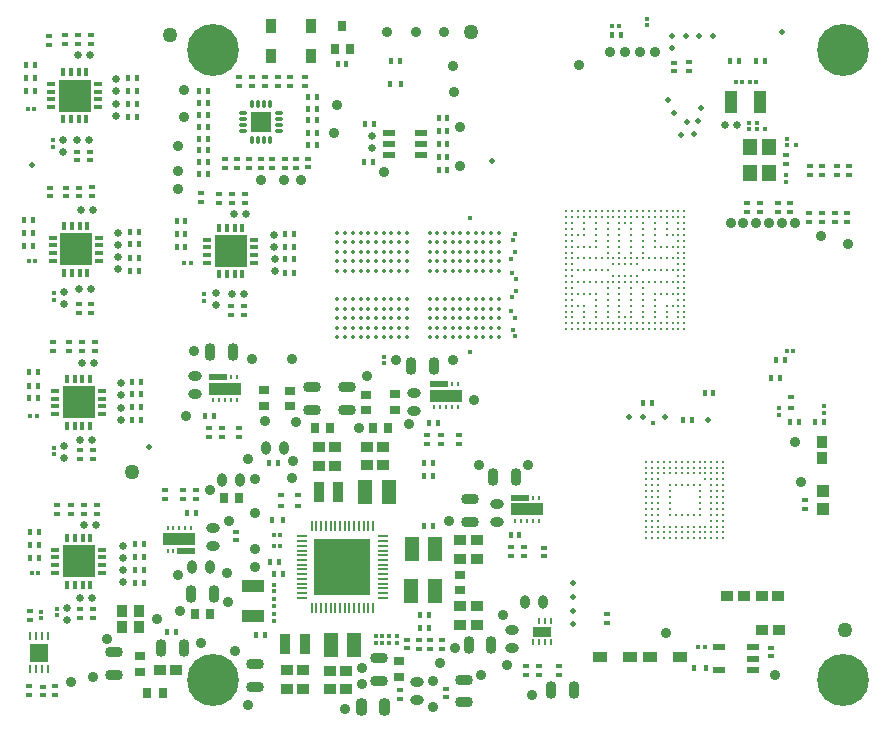
<source format=gbr>
%TF.GenerationSoftware,Altium Limited,Altium Designer,25.7.1 (20)*%
G04 Layer_Color=255*
%FSLAX45Y45*%
%MOMM*%
%TF.SameCoordinates,1AA72D45-9F13-4BD8-B423-63960E99F270*%
%TF.FilePolarity,Positive*%
%TF.FileFunction,Pads,Top*%
%TF.Part,Single*%
G01*
G75*
%TA.AperFunction,SMDPad,CuDef*%
%ADD10O,0.27940X0.81280*%
%ADD11O,0.81280X0.27940*%
%ADD12R,1.70180X1.70180*%
%ADD13O,0.88900X1.14300*%
%ADD14O,1.14300X0.88900*%
%ADD15O,1.52400X0.88900*%
%ADD16O,0.88900X1.52400*%
%TA.AperFunction,TestPad*%
%ADD17C,0.50800*%
%TA.AperFunction,SMDPad,CuDef*%
%ADD18R,1.09220X1.90500*%
%ADD19R,0.86360X1.80340*%
%ADD20R,1.21920X2.00660*%
%ADD21C,0.63500*%
%ADD22R,1.21920X0.88900*%
%ADD23R,0.30480X0.30480*%
%ADD24R,0.83820X0.71120*%
%ADD25R,0.71120X0.88900*%
%ADD26R,1.19380X1.39700*%
%ADD27R,1.11760X0.60960*%
%ADD28R,2.69240X2.69240*%
%ADD29R,0.35560X0.78740*%
%ADD30R,0.78740X0.35560*%
%ADD31R,0.20320X0.88900*%
%ADD32R,4.69900X4.69900*%
%ADD33R,0.88900X0.20320*%
%TA.AperFunction,BGAPad,CuDef*%
%ADD34C,0.25400*%
%TA.AperFunction,SMDPad,CuDef*%
%ADD35R,0.27940X0.48260*%
%ADD36R,1.60020X0.91440*%
G04:AMPARAMS|DCode=37|XSize=0.0254mm|YSize=0.0254mm|CornerRadius=0mm|HoleSize=0mm|Usage=FLASHONLY|Rotation=0.000|XOffset=0mm|YOffset=0mm|HoleType=Round|Shape=Octagon|*
%AMOCTAGOND37*
4,1,8,0.01270,-0.00635,0.01270,0.00635,0.00635,0.01270,-0.00635,0.01270,-0.01270,0.00635,-0.01270,-0.00635,-0.00635,-0.01270,0.00635,-0.01270,0.01270,-0.00635,0.0*
%
%ADD37OCTAGOND37*%

%ADD38R,0.25400X0.45720*%
%ADD39R,1.49860X0.55880*%
%ADD40R,2.69240X1.09220*%
%ADD41R,0.45720X0.60960*%
%ADD42R,0.99060X0.81280*%
%ADD43R,1.01600X1.01600*%
%ADD44R,0.25400X0.63500*%
%ADD45R,1.60020X1.60020*%
%TA.AperFunction,BGAPad,CuDef*%
%ADD46C,0.35560*%
%TA.AperFunction,TestPad*%
%ADD47C,1.27000*%
%ADD48C,0.88900*%
%ADD49C,0.38100*%
%TA.AperFunction,SMDPad,CuDef*%
%ADD50R,0.45720X0.50800*%
%ADD51R,0.50800X0.45720*%
%ADD52R,0.99060X0.81280*%
%ADD53R,0.81280X0.99060*%
%ADD54R,0.71120X0.83820*%
%ADD55R,0.30480X0.30480*%
%ADD56R,0.88900X1.21920*%
%ADD57R,1.90500X1.09220*%
%ADD58R,0.60960X0.45720*%
%ADD59C,0.50800*%
%TA.AperFunction,ComponentPad*%
%ADD77C,4.40004*%
D10*
X2263445Y4971948D02*
D03*
X2213432D02*
D03*
X2163445D02*
D03*
X2113432D02*
D03*
Y5273243D02*
D03*
X2163445D02*
D03*
X2213432D02*
D03*
X2263445D02*
D03*
D11*
X2037791Y5197602D02*
D03*
Y5147589D02*
D03*
Y5097602D02*
D03*
Y5047590D02*
D03*
X2339086D02*
D03*
Y5097602D02*
D03*
Y5147589D02*
D03*
Y5197602D02*
D03*
D12*
X2188439Y5122596D02*
D03*
D13*
X4419727Y1057554D02*
D03*
X4572127D02*
D03*
X1858493Y2096643D02*
D03*
X2010893D02*
D03*
X2386584Y2364105D02*
D03*
X2234184D02*
D03*
X1606372Y1360246D02*
D03*
X1758772D02*
D03*
D14*
X4309974Y669519D02*
D03*
Y821919D02*
D03*
X3505098Y383540D02*
D03*
Y231140D02*
D03*
X3479698Y2680487D02*
D03*
Y2832887D02*
D03*
X1628115Y2977947D02*
D03*
Y2825547D02*
D03*
X4185717Y1892529D02*
D03*
Y1740129D02*
D03*
X1782623Y1535201D02*
D03*
Y1687601D02*
D03*
D15*
X2139747Y341401D02*
D03*
Y534441D02*
D03*
X2139163Y341833D02*
D03*
Y534873D02*
D03*
X3191205Y393141D02*
D03*
Y586181D02*
D03*
X3905910Y404089D02*
D03*
Y211049D02*
D03*
X2620035Y2879598D02*
D03*
Y2686558D02*
D03*
X2916834Y2685542D02*
D03*
Y2878582D02*
D03*
X947318Y636524D02*
D03*
Y443484D02*
D03*
X3957447Y1737868D02*
D03*
Y1930908D02*
D03*
D16*
X3232226Y175768D02*
D03*
X3039186D02*
D03*
X3234512D02*
D03*
X3041472D02*
D03*
X4643526Y315697D02*
D03*
X4836566D02*
D03*
X1537665Y668782D02*
D03*
X1344625D02*
D03*
X3652241Y3057957D02*
D03*
X3459201D02*
D03*
X1757629Y3174924D02*
D03*
X1950669D02*
D03*
X1597838Y1124509D02*
D03*
X1790878D02*
D03*
X4345305Y2118360D02*
D03*
X4152265D02*
D03*
X3945230Y694690D02*
D03*
X4138270D02*
D03*
D17*
X4144696Y4791253D02*
D03*
X5912028Y5244262D02*
D03*
X4833518Y873201D02*
D03*
X4829429Y988619D02*
D03*
X4829073Y1103401D02*
D03*
X4826203Y1218108D02*
D03*
X5747995Y5013503D02*
D03*
X5637835Y5312105D02*
D03*
X5888050Y5130851D02*
D03*
X5685536Y5198669D02*
D03*
X5665800Y5747258D02*
D03*
X5667019Y5856605D02*
D03*
X5782437Y5853836D02*
D03*
X5898693Y5857088D02*
D03*
X6015761Y5854649D02*
D03*
X5791810Y5128539D02*
D03*
X5852211Y5021656D02*
D03*
X5970219Y2605710D02*
D03*
X5422011Y2625141D02*
D03*
X5301742Y2625395D02*
D03*
X5608371Y2627427D02*
D03*
D18*
X6164885Y5290033D02*
D03*
X6414872D02*
D03*
D19*
X2390216Y701853D02*
D03*
X2557196D02*
D03*
X2676500Y1991741D02*
D03*
X2843479D02*
D03*
D20*
X3066161Y1993722D02*
D03*
X3268091D02*
D03*
X3462655Y1506957D02*
D03*
X3664585D02*
D03*
X3460242Y1154049D02*
D03*
X3662172D02*
D03*
X2776880Y697306D02*
D03*
X2978810D02*
D03*
D21*
X6222086Y5099685D02*
D03*
X6120486D02*
D03*
X957656Y5485181D02*
D03*
Y5383581D02*
D03*
X519506Y3688029D02*
D03*
Y3586429D02*
D03*
X3125216Y5002809D02*
D03*
Y4901209D02*
D03*
X1810741Y3675761D02*
D03*
Y3574161D02*
D03*
X520192Y2383536D02*
D03*
Y2281936D02*
D03*
X546710Y1006246D02*
D03*
Y904646D02*
D03*
X514452Y4974819D02*
D03*
Y4873219D02*
D03*
X978002Y3883990D02*
D03*
Y3985590D02*
D03*
X645541Y3708476D02*
D03*
X747141D02*
D03*
X691109Y1715287D02*
D03*
X792709D02*
D03*
X980567Y4188206D02*
D03*
Y4086606D02*
D03*
X659536Y2434615D02*
D03*
X761136D02*
D03*
X1001293Y2605303D02*
D03*
Y2706903D02*
D03*
X1016000Y1535633D02*
D03*
Y1434033D02*
D03*
X665480Y4380560D02*
D03*
X767080D02*
D03*
X2303450Y3865423D02*
D03*
Y3967023D02*
D03*
X673862Y3085186D02*
D03*
X775462D02*
D03*
X1016711Y1228700D02*
D03*
Y1330300D02*
D03*
X1000277Y2914980D02*
D03*
Y2813380D02*
D03*
X655549Y1091997D02*
D03*
X757149D02*
D03*
X1943075Y3672002D02*
D03*
X2044675D02*
D03*
X1957324Y4347693D02*
D03*
X2058924D02*
D03*
X2301443Y4168191D02*
D03*
Y4066591D02*
D03*
X956970Y5177257D02*
D03*
Y5278857D02*
D03*
X633197Y4975047D02*
D03*
X734797D02*
D03*
X640105Y5693004D02*
D03*
X741705D02*
D03*
D22*
X5482057Y593573D02*
D03*
X5736057D02*
D03*
X5312791Y593522D02*
D03*
X5058791D02*
D03*
D23*
X6379083Y5464734D02*
D03*
X6325692D02*
D03*
X6208344Y5463337D02*
D03*
X6261735D02*
D03*
X5217693Y5935116D02*
D03*
X5164303D02*
D03*
X2295119Y1630782D02*
D03*
X2348509D02*
D03*
X222352Y3948074D02*
D03*
X275742D02*
D03*
X2295296Y1538046D02*
D03*
X2348687D02*
D03*
X6639154Y3181909D02*
D03*
X6692544D02*
D03*
X234290Y2632304D02*
D03*
X287680D02*
D03*
X213563Y5232425D02*
D03*
X266954D02*
D03*
X247015Y1306779D02*
D03*
X300406D02*
D03*
X1539469Y3929050D02*
D03*
X1592859D02*
D03*
X5890692Y675538D02*
D03*
X5944083D02*
D03*
D24*
X2435047Y2720619D02*
D03*
Y2850617D02*
D03*
X3076524Y2684501D02*
D03*
Y2814498D02*
D03*
X1162253Y471780D02*
D03*
Y601777D02*
D03*
X2209800Y2851582D02*
D03*
Y2721585D02*
D03*
X3322980Y2817800D02*
D03*
Y2687803D02*
D03*
X3354934Y558851D02*
D03*
Y428854D02*
D03*
X3869563Y1292606D02*
D03*
Y1162609D02*
D03*
D25*
X2812898Y5745074D02*
D03*
X2877668Y5935421D02*
D03*
X2942438Y5745074D02*
D03*
D26*
X6485941Y4909642D02*
D03*
Y4689627D02*
D03*
X6325921Y4909642D02*
D03*
Y4689627D02*
D03*
D27*
X6068466Y485750D02*
D03*
Y675742D02*
D03*
X6353454Y485750D02*
D03*
Y580746D02*
D03*
Y675742D02*
D03*
X3539388Y5032756D02*
D03*
Y4937760D02*
D03*
Y4842764D02*
D03*
X3275228Y5032756D02*
D03*
Y4937760D02*
D03*
Y4842764D02*
D03*
D28*
X620852Y4046626D02*
D03*
X644017Y2750972D02*
D03*
X610794Y5348656D02*
D03*
X645693Y1405992D02*
D03*
X1931848Y4031564D02*
D03*
D29*
X718363Y4244137D02*
D03*
X653364D02*
D03*
X588340D02*
D03*
X523342D02*
D03*
Y3849116D02*
D03*
X588340D02*
D03*
X653364D02*
D03*
X718363D02*
D03*
X741528Y2553462D02*
D03*
X676529D02*
D03*
X611505D02*
D03*
X546506D02*
D03*
Y2948483D02*
D03*
X611505D02*
D03*
X676529D02*
D03*
X741528D02*
D03*
X708304Y5546166D02*
D03*
X643306D02*
D03*
X578282D02*
D03*
X513283D02*
D03*
Y5151145D02*
D03*
X578282D02*
D03*
X643306D02*
D03*
X708304D02*
D03*
X743204Y1208481D02*
D03*
X678205D02*
D03*
X613181D02*
D03*
X548183D02*
D03*
Y1603502D02*
D03*
X613181D02*
D03*
X678205D02*
D03*
X743204D02*
D03*
X2029358Y4229075D02*
D03*
X1964360D02*
D03*
X1899336D02*
D03*
X1834337D02*
D03*
Y3834054D02*
D03*
X1899336D02*
D03*
X1964360D02*
D03*
X2029358D02*
D03*
D30*
X423342Y4144137D02*
D03*
Y4079138D02*
D03*
Y4014114D02*
D03*
Y3949116D02*
D03*
X818363D02*
D03*
Y4014114D02*
D03*
Y4079138D02*
D03*
Y4144137D02*
D03*
X841527Y2848483D02*
D03*
Y2783484D02*
D03*
Y2718460D02*
D03*
Y2653462D02*
D03*
X446507D02*
D03*
Y2718460D02*
D03*
Y2783484D02*
D03*
Y2848483D02*
D03*
X413283Y5446166D02*
D03*
Y5381168D02*
D03*
Y5316144D02*
D03*
Y5251145D02*
D03*
X808304D02*
D03*
Y5316144D02*
D03*
Y5381168D02*
D03*
Y5446166D02*
D03*
X843204Y1503502D02*
D03*
Y1438504D02*
D03*
Y1373480D02*
D03*
Y1308481D02*
D03*
X448183D02*
D03*
Y1373480D02*
D03*
Y1438504D02*
D03*
Y1503502D02*
D03*
X1734337Y4129075D02*
D03*
Y4064076D02*
D03*
Y3999052D02*
D03*
Y3934054D02*
D03*
X2129358D02*
D03*
Y3999052D02*
D03*
Y4064076D02*
D03*
Y4129075D02*
D03*
D31*
X2617470Y1011225D02*
D03*
Y1701241D02*
D03*
X2657475Y1011225D02*
D03*
Y1701241D02*
D03*
X2697455Y1011225D02*
D03*
Y1701241D02*
D03*
X2737460Y1011225D02*
D03*
Y1701241D02*
D03*
X2777465Y1011225D02*
D03*
Y1701241D02*
D03*
X2817470Y1011225D02*
D03*
Y1701241D02*
D03*
X2857475Y1011225D02*
D03*
Y1701241D02*
D03*
X2897454Y1011225D02*
D03*
Y1701241D02*
D03*
X2937459Y1011225D02*
D03*
Y1701241D02*
D03*
X2977464Y1011225D02*
D03*
Y1701241D02*
D03*
X3017469Y1011225D02*
D03*
Y1701241D02*
D03*
X3057474Y1011225D02*
D03*
Y1701241D02*
D03*
X3097454Y1011225D02*
D03*
Y1701241D02*
D03*
X3137459Y1011225D02*
D03*
Y1701241D02*
D03*
D32*
X2877464Y1356233D02*
D03*
D33*
X3222473Y1096239D02*
D03*
Y1136244D02*
D03*
Y1176223D02*
D03*
Y1216228D02*
D03*
Y1256233D02*
D03*
Y1296238D02*
D03*
Y1336243D02*
D03*
Y1376223D02*
D03*
Y1416228D02*
D03*
Y1456233D02*
D03*
Y1496238D02*
D03*
Y1536243D02*
D03*
Y1576222D02*
D03*
Y1616227D02*
D03*
X2532456Y1096239D02*
D03*
Y1136244D02*
D03*
Y1176223D02*
D03*
Y1216228D02*
D03*
Y1256233D02*
D03*
Y1296238D02*
D03*
Y1336243D02*
D03*
Y1376223D02*
D03*
Y1416228D02*
D03*
Y1456233D02*
D03*
Y1496238D02*
D03*
Y1536243D02*
D03*
Y1576222D02*
D03*
Y1616227D02*
D03*
D34*
X5450942Y1599463D02*
D03*
Y1649451D02*
D03*
Y1699463D02*
D03*
Y1749450D02*
D03*
Y1799463D02*
D03*
Y1849450D02*
D03*
Y1899463D02*
D03*
Y1949450D02*
D03*
Y1999463D02*
D03*
Y2049450D02*
D03*
Y2099462D02*
D03*
Y2149450D02*
D03*
Y2199462D02*
D03*
Y2249449D02*
D03*
X5500929Y1599463D02*
D03*
Y1649451D02*
D03*
Y1699463D02*
D03*
Y1749450D02*
D03*
Y1799463D02*
D03*
Y1849450D02*
D03*
Y1899463D02*
D03*
Y1949450D02*
D03*
Y1999463D02*
D03*
Y2049450D02*
D03*
Y2099462D02*
D03*
Y2149450D02*
D03*
Y2199462D02*
D03*
Y2249449D02*
D03*
X5550941Y1599463D02*
D03*
Y1649451D02*
D03*
Y1699463D02*
D03*
Y1749450D02*
D03*
Y1799463D02*
D03*
Y1849450D02*
D03*
Y1899463D02*
D03*
Y1949450D02*
D03*
Y1999463D02*
D03*
Y2049450D02*
D03*
Y2099462D02*
D03*
Y2149450D02*
D03*
Y2199462D02*
D03*
Y2249449D02*
D03*
X5600929Y1599463D02*
D03*
Y1649451D02*
D03*
Y1699463D02*
D03*
Y2149450D02*
D03*
Y2199462D02*
D03*
Y2249449D02*
D03*
X5650941Y1599463D02*
D03*
Y1649451D02*
D03*
Y1699463D02*
D03*
Y1799463D02*
D03*
Y1849450D02*
D03*
Y1899463D02*
D03*
Y1949450D02*
D03*
Y1999463D02*
D03*
Y2049450D02*
D03*
Y2149450D02*
D03*
Y2199462D02*
D03*
Y2249449D02*
D03*
X5700928Y1599463D02*
D03*
Y1649451D02*
D03*
Y1699463D02*
D03*
Y1799463D02*
D03*
Y2049450D02*
D03*
Y2149450D02*
D03*
Y2199462D02*
D03*
Y2249449D02*
D03*
X5750941Y1599463D02*
D03*
Y1649451D02*
D03*
Y1699463D02*
D03*
Y1799463D02*
D03*
Y2049450D02*
D03*
Y2149450D02*
D03*
Y2199462D02*
D03*
Y2249449D02*
D03*
X5800928Y1599463D02*
D03*
Y1649451D02*
D03*
Y1699463D02*
D03*
Y1799463D02*
D03*
Y2049450D02*
D03*
Y2149450D02*
D03*
Y2199462D02*
D03*
Y2249449D02*
D03*
X5850941Y1599463D02*
D03*
Y1649451D02*
D03*
Y1699463D02*
D03*
Y1799463D02*
D03*
Y2049450D02*
D03*
Y2149450D02*
D03*
Y2199462D02*
D03*
Y2249449D02*
D03*
X5900928Y1599463D02*
D03*
Y1649451D02*
D03*
Y1699463D02*
D03*
Y1799463D02*
D03*
Y1849450D02*
D03*
Y1899463D02*
D03*
Y1949450D02*
D03*
Y1999463D02*
D03*
Y2049450D02*
D03*
Y2149450D02*
D03*
Y2199462D02*
D03*
Y2249449D02*
D03*
X5950941Y1599463D02*
D03*
Y1649451D02*
D03*
Y1699463D02*
D03*
Y2099462D02*
D03*
Y2149450D02*
D03*
Y2199462D02*
D03*
Y2249449D02*
D03*
X6000928Y1599463D02*
D03*
Y1649451D02*
D03*
Y1699463D02*
D03*
Y1749450D02*
D03*
Y1799463D02*
D03*
Y1849450D02*
D03*
Y1899463D02*
D03*
Y1949450D02*
D03*
Y1999463D02*
D03*
Y2049450D02*
D03*
Y2099462D02*
D03*
Y2149450D02*
D03*
Y2199462D02*
D03*
Y2249449D02*
D03*
X6050940Y1599463D02*
D03*
Y1649451D02*
D03*
Y1699463D02*
D03*
Y1749450D02*
D03*
Y1799463D02*
D03*
Y1849450D02*
D03*
Y1899463D02*
D03*
Y1949450D02*
D03*
Y1999463D02*
D03*
Y2049450D02*
D03*
Y2099462D02*
D03*
Y2149450D02*
D03*
Y2199462D02*
D03*
Y2249449D02*
D03*
X6100928Y1599463D02*
D03*
Y1649451D02*
D03*
Y1699463D02*
D03*
Y1749450D02*
D03*
Y1799463D02*
D03*
Y1849450D02*
D03*
Y1899463D02*
D03*
Y1949450D02*
D03*
Y1999463D02*
D03*
Y2049450D02*
D03*
Y2099462D02*
D03*
Y2149450D02*
D03*
Y2199462D02*
D03*
Y2249449D02*
D03*
X4772330Y3369640D02*
D03*
Y3419653D02*
D03*
Y3469640D02*
D03*
Y3519653D02*
D03*
Y3569640D02*
D03*
Y3619652D02*
D03*
Y3669640D02*
D03*
Y3719652D02*
D03*
Y3769639D02*
D03*
Y3819652D02*
D03*
Y3869639D02*
D03*
Y3919652D02*
D03*
Y3969639D02*
D03*
Y4019652D02*
D03*
Y4069639D02*
D03*
Y4119651D02*
D03*
Y4169639D02*
D03*
Y4219651D02*
D03*
Y4269638D02*
D03*
Y4319651D02*
D03*
Y4369638D02*
D03*
X4822317Y3369640D02*
D03*
Y3419653D02*
D03*
Y3469640D02*
D03*
Y3519653D02*
D03*
Y3569640D02*
D03*
Y3619652D02*
D03*
Y3669640D02*
D03*
Y3719652D02*
D03*
Y3769639D02*
D03*
Y3819652D02*
D03*
Y3869639D02*
D03*
Y3919652D02*
D03*
Y3969639D02*
D03*
Y4019652D02*
D03*
Y4069639D02*
D03*
Y4119651D02*
D03*
Y4169639D02*
D03*
Y4219651D02*
D03*
Y4269638D02*
D03*
Y4319651D02*
D03*
Y4369638D02*
D03*
X4872330Y3369640D02*
D03*
Y3419653D02*
D03*
Y3569640D02*
D03*
Y3669640D02*
D03*
Y3769639D02*
D03*
Y3869639D02*
D03*
Y3969639D02*
D03*
Y4069639D02*
D03*
Y4169639D02*
D03*
Y4319651D02*
D03*
Y4369638D02*
D03*
X4922317Y3369640D02*
D03*
Y3419653D02*
D03*
Y3469640D02*
D03*
Y3519653D02*
D03*
Y3569640D02*
D03*
Y3669640D02*
D03*
Y3769639D02*
D03*
Y3869639D02*
D03*
Y3969639D02*
D03*
Y4069639D02*
D03*
Y4169639D02*
D03*
Y4219651D02*
D03*
Y4269638D02*
D03*
Y4319651D02*
D03*
Y4369638D02*
D03*
X4972329Y3369640D02*
D03*
Y3419653D02*
D03*
Y3669640D02*
D03*
Y3769639D02*
D03*
Y3869639D02*
D03*
Y3969639D02*
D03*
Y4069639D02*
D03*
Y4319651D02*
D03*
Y4369638D02*
D03*
X5022317Y3369640D02*
D03*
Y3419653D02*
D03*
Y3469640D02*
D03*
Y3519653D02*
D03*
Y3569640D02*
D03*
Y3619652D02*
D03*
Y3669640D02*
D03*
Y3769639D02*
D03*
Y3869639D02*
D03*
Y3969639D02*
D03*
Y4069639D02*
D03*
Y4119651D02*
D03*
Y4169639D02*
D03*
Y4219651D02*
D03*
Y4269638D02*
D03*
Y4319651D02*
D03*
Y4369638D02*
D03*
X5072329Y3369640D02*
D03*
Y3419653D02*
D03*
Y3769639D02*
D03*
Y3869639D02*
D03*
Y3969639D02*
D03*
Y4319651D02*
D03*
Y4369638D02*
D03*
X5122316Y3369640D02*
D03*
Y3419653D02*
D03*
Y3469640D02*
D03*
Y3519653D02*
D03*
Y3569640D02*
D03*
Y3619652D02*
D03*
Y3669640D02*
D03*
Y3719652D02*
D03*
Y3769639D02*
D03*
Y3869639D02*
D03*
Y3969639D02*
D03*
Y4019652D02*
D03*
Y4069639D02*
D03*
Y4119651D02*
D03*
Y4169639D02*
D03*
Y4219651D02*
D03*
Y4269638D02*
D03*
Y4319651D02*
D03*
Y4369638D02*
D03*
X5172329Y3369640D02*
D03*
Y3419653D02*
D03*
Y3769639D02*
D03*
Y3819652D02*
D03*
Y3919652D02*
D03*
Y3969639D02*
D03*
Y4319651D02*
D03*
Y4369638D02*
D03*
X5222316Y3369640D02*
D03*
Y3419653D02*
D03*
Y3469640D02*
D03*
Y3519653D02*
D03*
Y3569640D02*
D03*
Y3619652D02*
D03*
Y3669640D02*
D03*
Y3719652D02*
D03*
Y3769639D02*
D03*
Y3819652D02*
D03*
Y3919652D02*
D03*
Y3969639D02*
D03*
Y4019652D02*
D03*
Y4069639D02*
D03*
Y4119651D02*
D03*
Y4169639D02*
D03*
Y4219651D02*
D03*
Y4269638D02*
D03*
Y4319651D02*
D03*
Y4369638D02*
D03*
X5272329Y3369640D02*
D03*
Y3419653D02*
D03*
Y3469640D02*
D03*
Y3769639D02*
D03*
Y3819652D02*
D03*
Y3919652D02*
D03*
Y3969639D02*
D03*
Y4269638D02*
D03*
Y4319651D02*
D03*
Y4369638D02*
D03*
X5322341Y3369640D02*
D03*
Y3419653D02*
D03*
Y3469640D02*
D03*
Y3519653D02*
D03*
Y3569640D02*
D03*
Y3619652D02*
D03*
Y3669640D02*
D03*
Y3719652D02*
D03*
Y3769639D02*
D03*
Y3819652D02*
D03*
Y3919652D02*
D03*
Y3969639D02*
D03*
Y4019652D02*
D03*
Y4069639D02*
D03*
Y4119651D02*
D03*
Y4169639D02*
D03*
Y4219651D02*
D03*
Y4269638D02*
D03*
Y4319651D02*
D03*
Y4369638D02*
D03*
X5372329Y3369640D02*
D03*
Y3419653D02*
D03*
Y3769639D02*
D03*
Y3819652D02*
D03*
Y3919652D02*
D03*
Y3969639D02*
D03*
Y4319651D02*
D03*
Y4369638D02*
D03*
X5422341Y3369640D02*
D03*
Y3419653D02*
D03*
Y3469640D02*
D03*
Y3519653D02*
D03*
Y3569640D02*
D03*
Y3619652D02*
D03*
Y3669640D02*
D03*
Y3719652D02*
D03*
Y3769639D02*
D03*
Y3869639D02*
D03*
Y3969639D02*
D03*
Y4019652D02*
D03*
Y4069639D02*
D03*
Y4119651D02*
D03*
Y4169639D02*
D03*
Y4219651D02*
D03*
Y4269638D02*
D03*
Y4319651D02*
D03*
Y4369638D02*
D03*
X5472328Y3369640D02*
D03*
Y3419653D02*
D03*
Y3769639D02*
D03*
Y3869639D02*
D03*
Y3969639D02*
D03*
Y4319651D02*
D03*
Y4369638D02*
D03*
X5522341Y3369640D02*
D03*
Y3419653D02*
D03*
Y3469640D02*
D03*
Y3519653D02*
D03*
Y3569640D02*
D03*
Y3619652D02*
D03*
Y3669640D02*
D03*
Y3769639D02*
D03*
Y3869639D02*
D03*
Y3969639D02*
D03*
Y4069639D02*
D03*
Y4119651D02*
D03*
Y4169639D02*
D03*
Y4219651D02*
D03*
Y4269638D02*
D03*
Y4319651D02*
D03*
Y4369638D02*
D03*
X5572328Y3369640D02*
D03*
Y3419653D02*
D03*
Y3669640D02*
D03*
Y3769639D02*
D03*
Y3869639D02*
D03*
Y3969639D02*
D03*
Y4069639D02*
D03*
Y4319651D02*
D03*
Y4369638D02*
D03*
X5622341Y3369640D02*
D03*
Y3419653D02*
D03*
Y3469640D02*
D03*
Y3519653D02*
D03*
Y3569640D02*
D03*
Y3669640D02*
D03*
Y3769639D02*
D03*
Y3869639D02*
D03*
Y3969639D02*
D03*
Y4069639D02*
D03*
Y4169639D02*
D03*
Y4219651D02*
D03*
Y4269638D02*
D03*
Y4319651D02*
D03*
Y4369638D02*
D03*
X5672328Y3369640D02*
D03*
Y3419653D02*
D03*
Y3569640D02*
D03*
Y3669640D02*
D03*
Y3769639D02*
D03*
Y3869639D02*
D03*
Y3969639D02*
D03*
Y4069639D02*
D03*
Y4169639D02*
D03*
Y4319651D02*
D03*
Y4369638D02*
D03*
X5722341Y3369640D02*
D03*
Y3419653D02*
D03*
Y3469640D02*
D03*
Y3519653D02*
D03*
Y3569640D02*
D03*
Y3619652D02*
D03*
Y3669640D02*
D03*
Y3719652D02*
D03*
Y3769639D02*
D03*
Y3819652D02*
D03*
Y3869639D02*
D03*
Y3919652D02*
D03*
Y3969639D02*
D03*
Y4019652D02*
D03*
Y4069639D02*
D03*
Y4119651D02*
D03*
Y4169639D02*
D03*
Y4219651D02*
D03*
Y4269638D02*
D03*
Y4319651D02*
D03*
Y4369638D02*
D03*
X5772328Y3369640D02*
D03*
Y3419653D02*
D03*
Y3469640D02*
D03*
Y3519653D02*
D03*
Y3569640D02*
D03*
Y3619652D02*
D03*
Y3669640D02*
D03*
Y3719652D02*
D03*
Y3769639D02*
D03*
Y3819652D02*
D03*
Y3869639D02*
D03*
Y3919652D02*
D03*
Y3969639D02*
D03*
Y4019652D02*
D03*
Y4069639D02*
D03*
Y4119651D02*
D03*
Y4169639D02*
D03*
Y4219651D02*
D03*
Y4269638D02*
D03*
Y4319651D02*
D03*
Y4369638D02*
D03*
D35*
X4541876Y900913D02*
D03*
X4641875D02*
D03*
Y718896D02*
D03*
X4591863Y900913D02*
D03*
Y718896D02*
D03*
X4541876D02*
D03*
X4491863D02*
D03*
D36*
X4566869Y809904D02*
D03*
D37*
X4491863Y900913D02*
D03*
D38*
X3652368Y2709570D02*
D03*
X3702355D02*
D03*
X3752367D02*
D03*
X3802380D02*
D03*
Y2904592D02*
D03*
X3852367Y2709570D02*
D03*
Y2904592D02*
D03*
X1985137Y2963774D02*
D03*
Y2768752D02*
D03*
X1935150Y2963774D02*
D03*
Y2768752D02*
D03*
X1885137D02*
D03*
X1835125D02*
D03*
X1785137D02*
D03*
X4342511Y1749196D02*
D03*
X4392498D02*
D03*
X4442511D02*
D03*
X4492523D02*
D03*
Y1944218D02*
D03*
X4542511Y1749196D02*
D03*
Y1944218D02*
D03*
X1396898Y1494612D02*
D03*
Y1689633D02*
D03*
X1446886Y1494612D02*
D03*
Y1689633D02*
D03*
X1496898D02*
D03*
X1546911D02*
D03*
X1596898D02*
D03*
D39*
X3694379Y2904592D02*
D03*
X1827149Y2963774D02*
D03*
X4384523Y1944218D02*
D03*
X1554886Y1494612D02*
D03*
D40*
X3752367Y2807081D02*
D03*
X1885137Y2866263D02*
D03*
X4442511Y1846707D02*
D03*
X1496898Y1592123D02*
D03*
D41*
X3282112Y5444566D02*
D03*
X3377108D02*
D03*
X5952947Y499288D02*
D03*
X5857951D02*
D03*
X2378278Y1752905D02*
D03*
X2283282D02*
D03*
D42*
X1471447Y483413D02*
D03*
X1333424D02*
D03*
D43*
X6942455Y1848333D02*
D03*
Y2000733D02*
D03*
D44*
X233578Y774014D02*
D03*
Y491515D02*
D03*
X383591Y774014D02*
D03*
Y491515D02*
D03*
X333578Y774014D02*
D03*
Y491515D02*
D03*
X283591Y774014D02*
D03*
Y491515D02*
D03*
D45*
X308585Y632765D02*
D03*
D46*
X4200982Y4184675D02*
D03*
Y4104665D02*
D03*
Y4024681D02*
D03*
Y3944671D02*
D03*
Y3864661D02*
D03*
Y3624682D02*
D03*
Y3544672D02*
D03*
Y3464662D02*
D03*
Y3384677D02*
D03*
Y3304667D02*
D03*
X4135984Y4184675D02*
D03*
Y4104665D02*
D03*
Y4024681D02*
D03*
Y3944671D02*
D03*
Y3864661D02*
D03*
Y3624682D02*
D03*
Y3544672D02*
D03*
Y3464662D02*
D03*
Y3384677D02*
D03*
Y3304667D02*
D03*
X4070985Y4184675D02*
D03*
Y4104665D02*
D03*
Y4024681D02*
D03*
Y3944671D02*
D03*
Y3864661D02*
D03*
Y3624682D02*
D03*
Y3544672D02*
D03*
Y3464662D02*
D03*
Y3384677D02*
D03*
Y3304667D02*
D03*
X4005986Y4184675D02*
D03*
Y4104665D02*
D03*
Y4024681D02*
D03*
Y3944671D02*
D03*
Y3864661D02*
D03*
Y3624682D02*
D03*
Y3544672D02*
D03*
Y3464662D02*
D03*
Y3384677D02*
D03*
Y3304667D02*
D03*
X3940988Y4184675D02*
D03*
Y4104665D02*
D03*
Y4024681D02*
D03*
Y3944671D02*
D03*
Y3864661D02*
D03*
Y3624682D02*
D03*
Y3544672D02*
D03*
Y3464662D02*
D03*
Y3384677D02*
D03*
Y3304667D02*
D03*
X3875989Y4184675D02*
D03*
Y4104665D02*
D03*
Y4024681D02*
D03*
Y3944671D02*
D03*
Y3864661D02*
D03*
Y3624682D02*
D03*
Y3544672D02*
D03*
Y3464662D02*
D03*
Y3384677D02*
D03*
Y3304667D02*
D03*
X3810991Y4184675D02*
D03*
Y4104665D02*
D03*
Y4024681D02*
D03*
Y3944671D02*
D03*
Y3864661D02*
D03*
Y3624682D02*
D03*
Y3544672D02*
D03*
Y3464662D02*
D03*
Y3384677D02*
D03*
Y3304667D02*
D03*
X3745992Y4184675D02*
D03*
Y4104665D02*
D03*
Y4024681D02*
D03*
Y3944671D02*
D03*
Y3864661D02*
D03*
Y3624682D02*
D03*
Y3544672D02*
D03*
Y3464662D02*
D03*
Y3384677D02*
D03*
Y3304667D02*
D03*
X3680993Y4184675D02*
D03*
Y4104665D02*
D03*
Y4024681D02*
D03*
Y3944671D02*
D03*
Y3864661D02*
D03*
Y3624682D02*
D03*
Y3544672D02*
D03*
Y3464662D02*
D03*
Y3384677D02*
D03*
Y3304667D02*
D03*
X3615995Y4184675D02*
D03*
Y4104665D02*
D03*
Y4024681D02*
D03*
Y3944671D02*
D03*
Y3864661D02*
D03*
Y3624682D02*
D03*
Y3544672D02*
D03*
Y3464662D02*
D03*
Y3384677D02*
D03*
Y3304667D02*
D03*
X3420974Y4184675D02*
D03*
Y4104665D02*
D03*
Y4024681D02*
D03*
Y3944671D02*
D03*
Y3864661D02*
D03*
Y3624682D02*
D03*
Y3544672D02*
D03*
Y3464662D02*
D03*
Y3384677D02*
D03*
Y3304667D02*
D03*
X3355975Y4184675D02*
D03*
Y4104665D02*
D03*
Y4024681D02*
D03*
Y3944671D02*
D03*
Y3864661D02*
D03*
Y3624682D02*
D03*
Y3544672D02*
D03*
Y3464662D02*
D03*
Y3384677D02*
D03*
Y3304667D02*
D03*
X3290976Y4184675D02*
D03*
Y4104665D02*
D03*
Y4024681D02*
D03*
Y3944671D02*
D03*
Y3864661D02*
D03*
Y3624682D02*
D03*
Y3544672D02*
D03*
Y3464662D02*
D03*
Y3384677D02*
D03*
Y3304667D02*
D03*
X3225978Y4184675D02*
D03*
Y4104665D02*
D03*
Y4024681D02*
D03*
Y3944671D02*
D03*
Y3864661D02*
D03*
Y3624682D02*
D03*
Y3544672D02*
D03*
Y3464662D02*
D03*
Y3384677D02*
D03*
Y3304667D02*
D03*
X3160979Y4184675D02*
D03*
Y4104665D02*
D03*
Y4024681D02*
D03*
Y3944671D02*
D03*
Y3864661D02*
D03*
Y3624682D02*
D03*
Y3544672D02*
D03*
Y3464662D02*
D03*
Y3384677D02*
D03*
Y3304667D02*
D03*
X3095981Y4184675D02*
D03*
Y4104665D02*
D03*
Y4024681D02*
D03*
Y3944671D02*
D03*
Y3864661D02*
D03*
Y3624682D02*
D03*
Y3544672D02*
D03*
Y3464662D02*
D03*
Y3384677D02*
D03*
Y3304667D02*
D03*
X3030982Y4184675D02*
D03*
Y4104665D02*
D03*
Y4024681D02*
D03*
Y3944671D02*
D03*
Y3864661D02*
D03*
Y3624682D02*
D03*
Y3544672D02*
D03*
Y3464662D02*
D03*
Y3384677D02*
D03*
Y3304667D02*
D03*
X2965983Y4184675D02*
D03*
Y4104665D02*
D03*
Y4024681D02*
D03*
Y3944671D02*
D03*
Y3864661D02*
D03*
Y3624682D02*
D03*
Y3544672D02*
D03*
Y3464662D02*
D03*
Y3384677D02*
D03*
Y3304667D02*
D03*
X2900985Y4184675D02*
D03*
Y4104665D02*
D03*
Y4024681D02*
D03*
Y3944671D02*
D03*
Y3864661D02*
D03*
Y3624682D02*
D03*
Y3544672D02*
D03*
Y3464662D02*
D03*
Y3384677D02*
D03*
Y3304667D02*
D03*
X2835986Y4184675D02*
D03*
Y4104665D02*
D03*
Y4024681D02*
D03*
Y3944671D02*
D03*
Y3864661D02*
D03*
Y3624682D02*
D03*
Y3544672D02*
D03*
Y3464662D02*
D03*
Y3384677D02*
D03*
Y3304667D02*
D03*
D47*
X1417574Y5858129D02*
D03*
X3964940Y5889117D02*
D03*
X1095146Y2165553D02*
D03*
X7128688Y825449D02*
D03*
D48*
X6929374Y4159250D02*
D03*
X7160870Y4094480D02*
D03*
X4481525Y272948D02*
D03*
X5141468Y5720842D02*
D03*
X5268468D02*
D03*
X6382029Y4266463D02*
D03*
X5395468Y5720842D02*
D03*
X5522468D02*
D03*
X6600469Y4266463D02*
D03*
X6709689D02*
D03*
X3992321Y2771089D02*
D03*
X3783965Y1748257D02*
D03*
X2899131Y157124D02*
D03*
X2079549Y186919D02*
D03*
X2487117Y2585161D02*
D03*
X2138655Y1815744D02*
D03*
X2136369Y2099996D02*
D03*
X2453691Y2107413D02*
D03*
X1916049Y1746402D02*
D03*
X2457298Y2251100D02*
D03*
X2138655Y1508379D02*
D03*
Y1360551D02*
D03*
X3705885Y546710D02*
D03*
X4876622Y5603443D02*
D03*
X6163589Y4266463D02*
D03*
X6272809D02*
D03*
X6491249D02*
D03*
X2448839Y3115437D02*
D03*
X1551965Y2636266D02*
D03*
X3082823Y2976550D02*
D03*
X3016047Y2530246D02*
D03*
X1504315Y980338D02*
D03*
X1906219Y1063066D02*
D03*
X3045231Y366471D02*
D03*
X3046273Y497942D02*
D03*
X1309192Y919861D02*
D03*
X1682344Y710997D02*
D03*
X3645789Y388722D02*
D03*
X3645814Y172466D02*
D03*
X888289Y745973D02*
D03*
X766369Y425171D02*
D03*
X1752346Y2010766D02*
D03*
X2136115Y2099818D02*
D03*
X2082063Y2273732D02*
D03*
X2457348Y2251456D02*
D03*
X3331947Y3111246D02*
D03*
X3813277Y3109112D02*
D03*
X3444342Y2569464D02*
D03*
X2108530Y3115437D02*
D03*
X1618742Y3185414D02*
D03*
X2222906Y2589835D02*
D03*
X4030599Y2221738D02*
D03*
X4446219Y2223846D02*
D03*
X3784244Y1748282D02*
D03*
X1902866Y1309980D02*
D03*
X1489405Y1289837D02*
D03*
X1916049Y1746174D02*
D03*
X3830828Y672440D02*
D03*
X4233088Y951662D02*
D03*
X4270197Y529717D02*
D03*
X2827706Y5268290D02*
D03*
X2809773Y5030724D02*
D03*
X2527351Y4631868D02*
D03*
X2381098Y4631157D02*
D03*
X2187397Y4631817D02*
D03*
X578460Y387096D02*
D03*
X3816909Y5596407D02*
D03*
X3822243Y5380761D02*
D03*
X3498240Y5889117D02*
D03*
X3737407D02*
D03*
X5619090Y799313D02*
D03*
X3259074Y5889117D02*
D03*
X6536106Y442290D02*
D03*
X4052900Y438556D02*
D03*
X3229102Y4699330D02*
D03*
X3876878Y4748098D02*
D03*
X3876904Y5080991D02*
D03*
X6708775Y2416277D02*
D03*
X2899232Y156616D02*
D03*
X6756883Y2076856D02*
D03*
X2079371Y186919D02*
D03*
X1970938Y644017D02*
D03*
X1486814Y4553280D02*
D03*
Y4710430D02*
D03*
X1485875Y4925568D02*
D03*
X1532433Y5171135D02*
D03*
X1534363Y5396738D02*
D03*
D49*
X6454800Y5063211D02*
D03*
X6714668Y4930775D02*
D03*
X5504409Y2579141D02*
D03*
X4337126Y3469030D02*
D03*
X4308602Y3523920D02*
D03*
X4316476Y3639236D02*
D03*
X4349013Y3696081D02*
D03*
Y3793185D02*
D03*
X4316476Y3850030D02*
D03*
X4320591Y3367684D02*
D03*
X4341470Y3310636D02*
D03*
X4308602Y3965346D02*
D03*
X4320591Y4121582D02*
D03*
X4341470Y4178630D02*
D03*
X3959555Y4311599D02*
D03*
Y3177667D02*
D03*
X4337126Y4020236D02*
D03*
D50*
X3536493Y950290D02*
D03*
X3611474D02*
D03*
X3643681Y2234870D02*
D03*
X3568700D02*
D03*
X3567811Y2127250D02*
D03*
X3642792D02*
D03*
X2295906Y1296035D02*
D03*
X2370887D02*
D03*
X3566897Y1702613D02*
D03*
X3641877D02*
D03*
X2219300Y784174D02*
D03*
X2144319D02*
D03*
X181686Y4186809D02*
D03*
X256667D02*
D03*
X202108Y5385486D02*
D03*
X277089D02*
D03*
X3288055Y5645379D02*
D03*
X3363036D02*
D03*
X180950Y4293946D02*
D03*
X255930D02*
D03*
X3611474Y842620D02*
D03*
X3536493D02*
D03*
X256667Y4076573D02*
D03*
X181686D02*
D03*
X3766795Y5155336D02*
D03*
X3691814D02*
D03*
X302565Y2784069D02*
D03*
X227584D02*
D03*
X234798Y1431900D02*
D03*
X309778D02*
D03*
X1664030Y5286985D02*
D03*
X1739011D02*
D03*
Y5085512D02*
D03*
X1664030D02*
D03*
Y4984775D02*
D03*
X1739011D02*
D03*
Y4682566D02*
D03*
X1664030D02*
D03*
X1739011Y5387721D02*
D03*
X1664030D02*
D03*
X1473683Y4064127D02*
D03*
X1548663D02*
D03*
X1100277Y2598471D02*
D03*
X1175258D02*
D03*
X1194232Y1442593D02*
D03*
X1119251D02*
D03*
Y1551813D02*
D03*
X1194232D02*
D03*
X3134995Y4790135D02*
D03*
X3060014D02*
D03*
X3766795Y4829454D02*
D03*
X3691814D02*
D03*
Y4938674D02*
D03*
X3766795D02*
D03*
X2468855Y3961384D02*
D03*
X2393874D02*
D03*
X2394585Y3850132D02*
D03*
X2469566D02*
D03*
X1194232Y1330833D02*
D03*
X1119251D02*
D03*
Y1219581D02*
D03*
X1194232D02*
D03*
X1470279Y806755D02*
D03*
X1395298D02*
D03*
X2332228Y2233955D02*
D03*
X2257247D02*
D03*
X1156640Y4091889D02*
D03*
X1081659D02*
D03*
X1082573Y4197655D02*
D03*
X1157554D02*
D03*
X1082573Y3976929D02*
D03*
X1157554D02*
D03*
Y3866693D02*
D03*
X1082573D02*
D03*
X1064870Y5390388D02*
D03*
X1139850D02*
D03*
Y5499608D02*
D03*
X1064870D02*
D03*
Y5279136D02*
D03*
X1139850D02*
D03*
Y5170170D02*
D03*
X1064870D02*
D03*
X2393899Y4069258D02*
D03*
X2468880D02*
D03*
X2468575Y4176700D02*
D03*
X2393594D02*
D03*
X1739011Y4783303D02*
D03*
X1664030D02*
D03*
Y4884039D02*
D03*
X1739011D02*
D03*
Y5186248D02*
D03*
X1664030D02*
D03*
X227305Y3005582D02*
D03*
X302285D02*
D03*
X1100277Y2817927D02*
D03*
X1175258D02*
D03*
Y2927655D02*
D03*
X1100277D02*
D03*
X1175258Y2708707D02*
D03*
X1100277D02*
D03*
X3070860Y5105197D02*
D03*
X3145841D02*
D03*
X3691814Y4718202D02*
D03*
X3766795D02*
D03*
Y5047640D02*
D03*
X3691814D02*
D03*
X309220Y1542136D02*
D03*
X234239D02*
D03*
X234137Y1651711D02*
D03*
X309118D02*
D03*
X202819Y5496890D02*
D03*
X277800D02*
D03*
X277038Y5604027D02*
D03*
X202057D02*
D03*
X2661945Y5332959D02*
D03*
X2586965D02*
D03*
X1548409Y4175379D02*
D03*
X1473429D02*
D03*
X1473708Y4285996D02*
D03*
X1548689D02*
D03*
X2911373Y5612994D02*
D03*
X2836393D02*
D03*
X226263Y2893543D02*
D03*
X301244D02*
D03*
X6019444Y2828595D02*
D03*
X5944464D02*
D03*
X5497119Y2745308D02*
D03*
X5422138D02*
D03*
X5839917Y2601798D02*
D03*
X5764936D02*
D03*
X6625336Y3107334D02*
D03*
X6550355D02*
D03*
X6505854Y2960548D02*
D03*
X6580835D02*
D03*
X2261845Y1402715D02*
D03*
X2336825D02*
D03*
X2586965Y5030749D02*
D03*
X2661945D02*
D03*
Y5232222D02*
D03*
X2586965D02*
D03*
X2662022Y5138115D02*
D03*
X2587041D02*
D03*
X2588514Y4933315D02*
D03*
X2663495D02*
D03*
X6956908Y2581504D02*
D03*
X6881927D02*
D03*
X6745173Y2580996D02*
D03*
X6670192D02*
D03*
X5158562Y5857621D02*
D03*
X5233543D02*
D03*
X6380201Y5640426D02*
D03*
X6455181D02*
D03*
X6161938Y5638673D02*
D03*
X6236919D02*
D03*
X3687699Y2574671D02*
D03*
X3612718D02*
D03*
X1786560Y2631999D02*
D03*
X1711579D02*
D03*
X4301338Y1627353D02*
D03*
X4376318D02*
D03*
X1636344Y1811071D02*
D03*
X1561363D02*
D03*
D51*
X3718738Y741375D02*
D03*
Y666394D02*
D03*
X6637477Y4769942D02*
D03*
Y4844923D02*
D03*
X687603Y1880616D02*
D03*
Y1805635D02*
D03*
X752069Y3506851D02*
D03*
Y3581832D02*
D03*
X4714164Y445770D02*
D03*
Y520751D02*
D03*
X798347Y1805127D02*
D03*
Y1880108D02*
D03*
X6792773Y1923034D02*
D03*
Y1848053D02*
D03*
X1635430Y1936979D02*
D03*
Y2011959D02*
D03*
X4430319Y442011D02*
D03*
Y516992D02*
D03*
X525983Y5857291D02*
D03*
Y5782310D02*
D03*
X1527226Y1935353D02*
D03*
Y2010334D02*
D03*
X537540Y4569358D02*
D03*
Y4494378D02*
D03*
X4541596Y517322D02*
D03*
Y442341D02*
D03*
X1831899Y4441495D02*
D03*
Y4516476D02*
D03*
X2435962Y5508523D02*
D03*
Y5433543D02*
D03*
X1858086Y2530881D02*
D03*
Y2455901D02*
D03*
X3708349Y2395804D02*
D03*
Y2470785D02*
D03*
X4418940Y1525041D02*
D03*
Y1450061D02*
D03*
X2584628Y4739665D02*
D03*
Y4814646D02*
D03*
X2277618Y4812767D02*
D03*
Y4737786D02*
D03*
X2083740Y4738726D02*
D03*
Y4813706D02*
D03*
X1984426Y4737887D02*
D03*
Y4812868D02*
D03*
X3758616Y327863D02*
D03*
Y252882D02*
D03*
X778840Y3184017D02*
D03*
Y3258998D02*
D03*
X657073Y999388D02*
D03*
Y924408D02*
D03*
X4308196Y1523924D02*
D03*
Y1448943D02*
D03*
X2560091Y5433543D02*
D03*
Y5508523D02*
D03*
X1749425Y2455799D02*
D03*
Y2530780D02*
D03*
X562864Y3184144D02*
D03*
Y3259125D02*
D03*
X3597859Y2395906D02*
D03*
Y2470887D02*
D03*
X229845Y911352D02*
D03*
Y986333D02*
D03*
X580187Y1880311D02*
D03*
Y1805330D02*
D03*
X6506388Y675183D02*
D03*
Y600202D02*
D03*
X760324Y4570451D02*
D03*
Y4495470D02*
D03*
X1977034Y1582064D02*
D03*
Y1657045D02*
D03*
X649326Y4494403D02*
D03*
Y4569384D02*
D03*
X227152Y272161D02*
D03*
Y347142D02*
D03*
X339928Y345313D02*
D03*
Y270332D02*
D03*
X3364814Y239166D02*
D03*
Y314147D02*
D03*
X2218385Y5505983D02*
D03*
Y5431003D02*
D03*
X643509Y3508019D02*
D03*
Y3583000D02*
D03*
X748182Y5782335D02*
D03*
Y5857316D02*
D03*
X638708Y5858789D02*
D03*
Y5783809D02*
D03*
X737667Y4874946D02*
D03*
Y4799965D02*
D03*
X630225Y4799508D02*
D03*
Y4874489D02*
D03*
X2050847Y4441495D02*
D03*
Y4516476D02*
D03*
X1941373D02*
D03*
Y4441495D02*
D03*
X2043074Y3568751D02*
D03*
Y3493770D02*
D03*
X767563Y922477D02*
D03*
Y997458D02*
D03*
X1932076Y3569614D02*
D03*
Y3494634D02*
D03*
X1883689Y4812868D02*
D03*
Y4737887D02*
D03*
X2002257Y5431003D02*
D03*
Y5505983D02*
D03*
X2329434Y5433365D02*
D03*
Y5508346D02*
D03*
X1375537Y2008607D02*
D03*
Y1933626D02*
D03*
X2185899Y4812868D02*
D03*
Y4737887D02*
D03*
X2387371D02*
D03*
Y4812868D02*
D03*
X2488108D02*
D03*
Y4737887D02*
D03*
X670636Y3183712D02*
D03*
Y3258693D02*
D03*
X764921Y2272030D02*
D03*
Y2347011D02*
D03*
X656463Y2348332D02*
D03*
Y2273351D02*
D03*
X461315Y1806804D02*
D03*
Y1881784D02*
D03*
X398424Y4569130D02*
D03*
Y4494149D02*
D03*
X426568Y3183331D02*
D03*
Y3258312D02*
D03*
X391770Y5855716D02*
D03*
Y5780735D02*
D03*
X4586529Y1446759D02*
D03*
Y1521739D02*
D03*
X1998294Y2532304D02*
D03*
Y2457323D02*
D03*
X2109445Y5431003D02*
D03*
Y5505983D02*
D03*
X1679016Y4447515D02*
D03*
Y4522495D02*
D03*
X3862222Y2396160D02*
D03*
Y2471141D02*
D03*
X3427578Y742391D02*
D03*
Y667410D02*
D03*
X3525088Y666750D02*
D03*
Y741731D02*
D03*
X7045173Y4281068D02*
D03*
Y4356049D02*
D03*
X6936308Y4354119D02*
D03*
Y4279138D02*
D03*
X6304940Y4365066D02*
D03*
Y4440047D02*
D03*
X6833794Y4676140D02*
D03*
Y4751121D02*
D03*
X6940093Y4751095D02*
D03*
Y4676115D02*
D03*
X7170699Y4678655D02*
D03*
Y4753635D02*
D03*
X7063156Y4751629D02*
D03*
Y4676648D02*
D03*
X6671005Y4365650D02*
D03*
Y4440631D02*
D03*
X5113731Y882955D02*
D03*
Y957936D02*
D03*
X3623335Y741705D02*
D03*
Y666725D02*
D03*
X7150633Y4356837D02*
D03*
Y4281856D02*
D03*
X6827418Y4278503D02*
D03*
Y4353484D02*
D03*
X6563690Y4439082D02*
D03*
Y4364101D02*
D03*
X6416980Y4364330D02*
D03*
Y4439310D02*
D03*
X446811Y346100D02*
D03*
Y271120D02*
D03*
X5685028Y5552338D02*
D03*
Y5627319D02*
D03*
X5812714Y5634253D02*
D03*
Y5559273D02*
D03*
D52*
X3084805Y2369871D02*
D03*
X3221965D02*
D03*
X3086684Y2217217D02*
D03*
X3223844D02*
D03*
X4014495Y1426515D02*
D03*
X3877335D02*
D03*
X4014495Y1589075D02*
D03*
X3877335D02*
D03*
X4012997Y867054D02*
D03*
X3875837D02*
D03*
X4012997Y1029614D02*
D03*
X3875837D02*
D03*
X2769133Y474980D02*
D03*
X2906293D02*
D03*
X2769387Y324714D02*
D03*
X2906547D02*
D03*
X2545055Y320446D02*
D03*
X2407895D02*
D03*
X2548103Y484022D02*
D03*
X2410943D02*
D03*
X2813787Y2214016D02*
D03*
X2676627D02*
D03*
X2812517Y2374290D02*
D03*
X2675357D02*
D03*
X6432372Y1110463D02*
D03*
X6569532D02*
D03*
X6434074Y821182D02*
D03*
X6571234D02*
D03*
X6274841Y1110285D02*
D03*
X6137681D02*
D03*
D53*
X1009218Y983336D02*
D03*
Y846176D02*
D03*
X1157884Y982574D02*
D03*
Y845414D02*
D03*
X6939534Y2277364D02*
D03*
Y2414524D02*
D03*
D54*
X3266008Y2536596D02*
D03*
X3136011D02*
D03*
X2646578Y2529738D02*
D03*
X2776576D02*
D03*
X1757629Y956437D02*
D03*
X1627632D02*
D03*
X2003044Y1941525D02*
D03*
X1873047D02*
D03*
X1357198Y293040D02*
D03*
X1227201D02*
D03*
D55*
X2300199Y1205306D02*
D03*
Y1151915D02*
D03*
X2300046Y904062D02*
D03*
Y957453D02*
D03*
X6637858Y4980508D02*
D03*
Y4927117D02*
D03*
X6637299Y4619955D02*
D03*
Y4673346D02*
D03*
X6387313Y5062423D02*
D03*
Y5115814D02*
D03*
X6319012Y5116017D02*
D03*
Y5062626D02*
D03*
X3161614Y769036D02*
D03*
Y715645D02*
D03*
X2300326Y1029132D02*
D03*
Y1082523D02*
D03*
X3229381Y3134208D02*
D03*
Y3080817D02*
D03*
X433908Y3621507D02*
D03*
Y3674897D02*
D03*
X3273196Y769671D02*
D03*
Y716280D02*
D03*
X6572987Y2700147D02*
D03*
Y2646756D02*
D03*
X6957797Y2717698D02*
D03*
Y2664308D02*
D03*
X327635Y977849D02*
D03*
Y924458D02*
D03*
X432054Y2314092D02*
D03*
Y2367483D02*
D03*
X461366Y950062D02*
D03*
Y1003452D02*
D03*
X426822Y4914925D02*
D03*
Y4968316D02*
D03*
X1702308Y3612540D02*
D03*
Y3665931D02*
D03*
X3336011Y769290D02*
D03*
Y715899D02*
D03*
X3215919Y769391D02*
D03*
Y716001D02*
D03*
X5456504Y5945683D02*
D03*
Y5999074D02*
D03*
D56*
X2270735Y5939409D02*
D03*
Y5685409D02*
D03*
X2611018Y5939409D02*
D03*
Y5685409D02*
D03*
D57*
X2116734Y943712D02*
D03*
Y1193698D02*
D03*
D58*
X6675272Y2794076D02*
D03*
Y2699080D02*
D03*
X2354809Y1871193D02*
D03*
Y1966189D02*
D03*
X2504288Y1873529D02*
D03*
Y1968525D02*
D03*
D59*
X251714Y4756709D02*
D03*
X1240307Y2370023D02*
D03*
X6602374Y5890362D02*
D03*
D77*
X7119518Y400990D02*
D03*
X1785518D02*
D03*
Y5734990D02*
D03*
X7119518D02*
D03*
%TF.MD5,16c0ff9565016d20d95143487e41023d*%
M02*

</source>
